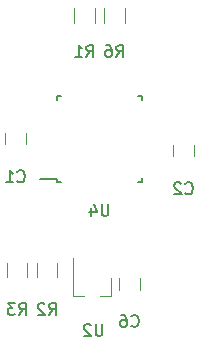
<source format=gbo>
G04 #@! TF.FileFunction,Legend,Bot*
%FSLAX46Y46*%
G04 Gerber Fmt 4.6, Leading zero omitted, Abs format (unit mm)*
G04 Created by KiCad (PCBNEW 4.0.6-e0-6349~53~ubuntu16.04.1) date Sun Jul  2 13:03:49 2017*
%MOMM*%
%LPD*%
G01*
G04 APERTURE LIST*
%ADD10C,0.100000*%
%ADD11C,0.120000*%
%ADD12C,0.150000*%
G04 APERTURE END LIST*
D10*
D11*
X152058000Y-132326000D02*
X152058000Y-131326000D01*
X153758000Y-131326000D02*
X153758000Y-132326000D01*
X166282000Y-133342000D02*
X166282000Y-132342000D01*
X167982000Y-132342000D02*
X167982000Y-133342000D01*
X161710000Y-144625000D02*
X161710000Y-143625000D01*
X163410000Y-143625000D02*
X163410000Y-144625000D01*
X159630000Y-122012000D02*
X159630000Y-120812000D01*
X157870000Y-120812000D02*
X157870000Y-122012000D01*
X156455000Y-143555000D02*
X156455000Y-142355000D01*
X154695000Y-142355000D02*
X154695000Y-143555000D01*
X152155000Y-142355000D02*
X152155000Y-143555000D01*
X153915000Y-143555000D02*
X153915000Y-142355000D01*
X160410000Y-120812000D02*
X160410000Y-122012000D01*
X162170000Y-122012000D02*
X162170000Y-120812000D01*
X160965000Y-145135000D02*
X160035000Y-145135000D01*
X157805000Y-145135000D02*
X158735000Y-145135000D01*
X157805000Y-145135000D02*
X157805000Y-141975000D01*
X160965000Y-145135000D02*
X160965000Y-143675000D01*
D12*
X156395000Y-135510000D02*
X156395000Y-135285000D01*
X163645000Y-135510000D02*
X163645000Y-135185000D01*
X163645000Y-128260000D02*
X163645000Y-128585000D01*
X156395000Y-128260000D02*
X156395000Y-128585000D01*
X156395000Y-135510000D02*
X156720000Y-135510000D01*
X156395000Y-128260000D02*
X156720000Y-128260000D01*
X163645000Y-128260000D02*
X163320000Y-128260000D01*
X163645000Y-135510000D02*
X163320000Y-135510000D01*
X156395000Y-135285000D02*
X154970000Y-135285000D01*
X153074666Y-135433143D02*
X153122285Y-135480762D01*
X153265142Y-135528381D01*
X153360380Y-135528381D01*
X153503238Y-135480762D01*
X153598476Y-135385524D01*
X153646095Y-135290286D01*
X153693714Y-135099810D01*
X153693714Y-134956952D01*
X153646095Y-134766476D01*
X153598476Y-134671238D01*
X153503238Y-134576000D01*
X153360380Y-134528381D01*
X153265142Y-134528381D01*
X153122285Y-134576000D01*
X153074666Y-134623619D01*
X152122285Y-135528381D02*
X152693714Y-135528381D01*
X152408000Y-135528381D02*
X152408000Y-134528381D01*
X152503238Y-134671238D01*
X152598476Y-134766476D01*
X152693714Y-134814095D01*
X167298666Y-136449143D02*
X167346285Y-136496762D01*
X167489142Y-136544381D01*
X167584380Y-136544381D01*
X167727238Y-136496762D01*
X167822476Y-136401524D01*
X167870095Y-136306286D01*
X167917714Y-136115810D01*
X167917714Y-135972952D01*
X167870095Y-135782476D01*
X167822476Y-135687238D01*
X167727238Y-135592000D01*
X167584380Y-135544381D01*
X167489142Y-135544381D01*
X167346285Y-135592000D01*
X167298666Y-135639619D01*
X166917714Y-135639619D02*
X166870095Y-135592000D01*
X166774857Y-135544381D01*
X166536761Y-135544381D01*
X166441523Y-135592000D01*
X166393904Y-135639619D01*
X166346285Y-135734857D01*
X166346285Y-135830095D01*
X166393904Y-135972952D01*
X166965333Y-136544381D01*
X166346285Y-136544381D01*
X162726666Y-147677143D02*
X162774285Y-147724762D01*
X162917142Y-147772381D01*
X163012380Y-147772381D01*
X163155238Y-147724762D01*
X163250476Y-147629524D01*
X163298095Y-147534286D01*
X163345714Y-147343810D01*
X163345714Y-147200952D01*
X163298095Y-147010476D01*
X163250476Y-146915238D01*
X163155238Y-146820000D01*
X163012380Y-146772381D01*
X162917142Y-146772381D01*
X162774285Y-146820000D01*
X162726666Y-146867619D01*
X161869523Y-146772381D02*
X162060000Y-146772381D01*
X162155238Y-146820000D01*
X162202857Y-146867619D01*
X162298095Y-147010476D01*
X162345714Y-147200952D01*
X162345714Y-147581905D01*
X162298095Y-147677143D01*
X162250476Y-147724762D01*
X162155238Y-147772381D01*
X161964761Y-147772381D01*
X161869523Y-147724762D01*
X161821904Y-147677143D01*
X161774285Y-147581905D01*
X161774285Y-147343810D01*
X161821904Y-147248571D01*
X161869523Y-147200952D01*
X161964761Y-147153333D01*
X162155238Y-147153333D01*
X162250476Y-147200952D01*
X162298095Y-147248571D01*
X162345714Y-147343810D01*
X158916666Y-124912381D02*
X159250000Y-124436190D01*
X159488095Y-124912381D02*
X159488095Y-123912381D01*
X159107142Y-123912381D01*
X159011904Y-123960000D01*
X158964285Y-124007619D01*
X158916666Y-124102857D01*
X158916666Y-124245714D01*
X158964285Y-124340952D01*
X159011904Y-124388571D01*
X159107142Y-124436190D01*
X159488095Y-124436190D01*
X157964285Y-124912381D02*
X158535714Y-124912381D01*
X158250000Y-124912381D02*
X158250000Y-123912381D01*
X158345238Y-124055238D01*
X158440476Y-124150476D01*
X158535714Y-124198095D01*
X155741666Y-146756381D02*
X156075000Y-146280190D01*
X156313095Y-146756381D02*
X156313095Y-145756381D01*
X155932142Y-145756381D01*
X155836904Y-145804000D01*
X155789285Y-145851619D01*
X155741666Y-145946857D01*
X155741666Y-146089714D01*
X155789285Y-146184952D01*
X155836904Y-146232571D01*
X155932142Y-146280190D01*
X156313095Y-146280190D01*
X155360714Y-145851619D02*
X155313095Y-145804000D01*
X155217857Y-145756381D01*
X154979761Y-145756381D01*
X154884523Y-145804000D01*
X154836904Y-145851619D01*
X154789285Y-145946857D01*
X154789285Y-146042095D01*
X154836904Y-146184952D01*
X155408333Y-146756381D01*
X154789285Y-146756381D01*
X153201666Y-146756381D02*
X153535000Y-146280190D01*
X153773095Y-146756381D02*
X153773095Y-145756381D01*
X153392142Y-145756381D01*
X153296904Y-145804000D01*
X153249285Y-145851619D01*
X153201666Y-145946857D01*
X153201666Y-146089714D01*
X153249285Y-146184952D01*
X153296904Y-146232571D01*
X153392142Y-146280190D01*
X153773095Y-146280190D01*
X152868333Y-145756381D02*
X152249285Y-145756381D01*
X152582619Y-146137333D01*
X152439761Y-146137333D01*
X152344523Y-146184952D01*
X152296904Y-146232571D01*
X152249285Y-146327810D01*
X152249285Y-146565905D01*
X152296904Y-146661143D01*
X152344523Y-146708762D01*
X152439761Y-146756381D01*
X152725476Y-146756381D01*
X152820714Y-146708762D01*
X152868333Y-146661143D01*
X161456666Y-124912381D02*
X161790000Y-124436190D01*
X162028095Y-124912381D02*
X162028095Y-123912381D01*
X161647142Y-123912381D01*
X161551904Y-123960000D01*
X161504285Y-124007619D01*
X161456666Y-124102857D01*
X161456666Y-124245714D01*
X161504285Y-124340952D01*
X161551904Y-124388571D01*
X161647142Y-124436190D01*
X162028095Y-124436190D01*
X160599523Y-123912381D02*
X160790000Y-123912381D01*
X160885238Y-123960000D01*
X160932857Y-124007619D01*
X161028095Y-124150476D01*
X161075714Y-124340952D01*
X161075714Y-124721905D01*
X161028095Y-124817143D01*
X160980476Y-124864762D01*
X160885238Y-124912381D01*
X160694761Y-124912381D01*
X160599523Y-124864762D01*
X160551904Y-124817143D01*
X160504285Y-124721905D01*
X160504285Y-124483810D01*
X160551904Y-124388571D01*
X160599523Y-124340952D01*
X160694761Y-124293333D01*
X160885238Y-124293333D01*
X160980476Y-124340952D01*
X161028095Y-124388571D01*
X161075714Y-124483810D01*
X160273905Y-147534381D02*
X160273905Y-148343905D01*
X160226286Y-148439143D01*
X160178667Y-148486762D01*
X160083429Y-148534381D01*
X159892952Y-148534381D01*
X159797714Y-148486762D01*
X159750095Y-148439143D01*
X159702476Y-148343905D01*
X159702476Y-147534381D01*
X159273905Y-147629619D02*
X159226286Y-147582000D01*
X159131048Y-147534381D01*
X158892952Y-147534381D01*
X158797714Y-147582000D01*
X158750095Y-147629619D01*
X158702476Y-147724857D01*
X158702476Y-147820095D01*
X158750095Y-147962952D01*
X159321524Y-148534381D01*
X158702476Y-148534381D01*
X160781905Y-137387381D02*
X160781905Y-138196905D01*
X160734286Y-138292143D01*
X160686667Y-138339762D01*
X160591429Y-138387381D01*
X160400952Y-138387381D01*
X160305714Y-138339762D01*
X160258095Y-138292143D01*
X160210476Y-138196905D01*
X160210476Y-137387381D01*
X159305714Y-137720714D02*
X159305714Y-138387381D01*
X159543810Y-137339762D02*
X159781905Y-138054048D01*
X159162857Y-138054048D01*
M02*

</source>
